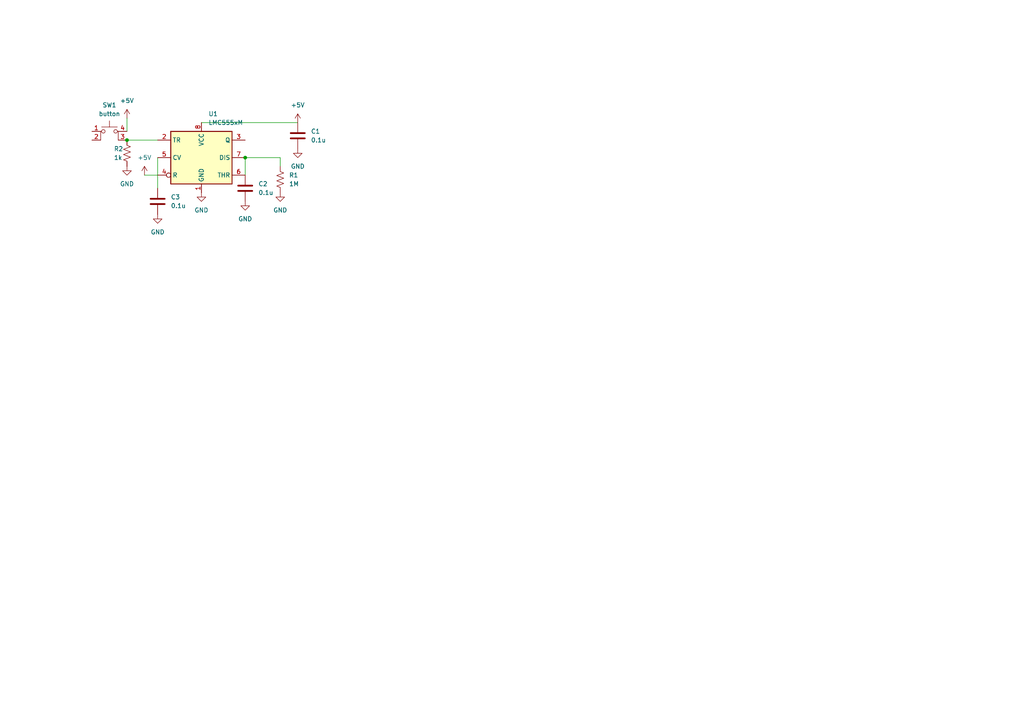
<source format=kicad_sch>
(kicad_sch (version 20211123) (generator eeschema)
  (paper "A4")
  (lib_symbols
    (symbol "Device:C" (pin_numbers hide) (pin_names (offset 0.254))
      (property "Reference" "C" (at 0.635 2.54 0))
      (property "Value" "C" (at 0.635 -2.54 0))
      (symbol "C_0_1"
        (polyline (pts (xy -2.032 -0.762) (xy 2.032 -0.762)) (stroke (width 0.508)))
        (polyline (pts (xy -2.032 0.762) (xy 2.032 0.762)) (stroke (width 0.508)))
      )
      (symbol "C_1_1"
        (pin passive line (at 0 3.81 270) (length 2.794) (name "~") (number "1"))
        (pin passive line (at 0 -3.81 90) (length 2.794) (name "~") (number "2"))
      )
    )
    (symbol "Device:R_US" (pin_numbers hide) (pin_names (offset 0))
      (property "Reference" "R" (at 2.54 0 90))
      (property "Value" "R_US" (at -2.54 0 90))
      (symbol "R_US_0_1"
        (polyline (pts (xy 0 -2.286) (xy 0 -2.54)))
        (polyline (pts (xy 0 2.286) (xy 0 2.54)))
        (polyline (pts (xy 0 -0.762) (xy 1.016 -1.143) (xy 0 -1.524) (xy -1.016 -1.905) (xy 0 -2.286)))
        (polyline (pts (xy 0 0.762) (xy 1.016 0.381) (xy 0 0) (xy -1.016 -0.381) (xy 0 -0.762)))
        (polyline (pts (xy 0 2.286) (xy 1.016 1.905) (xy 0 1.524) (xy -1.016 1.143) (xy 0 0.762)))
      )
      (symbol "R_US_1_1"
        (pin passive line (at 0 3.81 270) (length 1.27) (name "~") (number "1"))
        (pin passive line (at 0 -3.81 90) (length 1.27) (name "~") (number "2"))
      )
    )
    (symbol "Switch:SW_MEC_5E" (pin_names (offset 1.016) hide)
      (property "Reference" "SW" (at 0.635 5.715 0))
      (property "Value" "SW_MEC_5E" (at 0 -3.175 0))
      (symbol "SW_MEC_5E_0_1"
        (circle (center -1.778 2.54) (radius 0.508))
        (polyline (pts (xy -2.286 3.81) (xy 2.286 3.81)))
        (polyline (pts (xy 0 3.81) (xy 0 5.588)))
        (polyline (pts (xy -2.54 0) (xy -2.54 2.54) (xy -2.286 2.54)))
        (polyline (pts (xy 2.54 0) (xy 2.54 2.54) (xy 2.286 2.54)))
        (circle (center 1.778 2.54) (radius 0.508))
        (pin passive line (at -5.08 2.54 0) (length 2.54) (name "1") (number "1"))
        (pin passive line (at -5.08 0 0) (length 2.54) (name "2") (number "2"))
        (pin passive line (at 5.08 0 180) (length 2.54) (name "K") (number "3"))
        (pin passive line (at 5.08 2.54 180) (length 2.54) (name "A") (number "4"))
      )
    )
    (symbol "Timer:LMC555xM"
      (property "Reference" "U" (at -10.16 8.89 0))
      (property "Value" "LMC555xM" (at 2.54 8.89 0))
      (symbol "LMC555xM_0_0"
        (pin power_in line (at 0 -10.16 90) (length 2.54) (name "GND") (number "1"))
        (pin power_in line (at 0 10.16 270) (length 2.54) (name "VCC") (number "8"))
      )
      (symbol "LMC555xM_0_1"
        (rectangle (start -8.89 -7.62) (end 8.89 7.62) (stroke (width 0.254)) (fill (type background)))
        (rectangle (start -8.89 -7.62) (end 8.89 7.62) (stroke (width 0.254)) (fill (type background)))
      )
      (symbol "LMC555xM_1_1"
        (pin input line (at -12.7 5.08 0) (length 3.81) (name "TR") (number "2"))
        (pin output line (at 12.7 5.08 180) (length 3.81) (name "Q") (number "3"))
        (pin input inverted (at -12.7 -5.08 0) (length 3.81) (name "R") (number "4"))
        (pin input line (at -12.7 0 0) (length 3.81) (name "CV") (number "5"))
        (pin input line (at 12.7 -5.08 180) (length 3.81) (name "THR") (number "6"))
        (pin input line (at 12.7 0 180) (length 3.81) (name "DIS") (number "7"))
      )
    )
    (symbol "power:+5V" (power) (pin_names (offset 0))
      (property "Value" "+5V" (at 0 3.556 0))
      (symbol "+5V_0_1"
        (polyline (pts (xy -0.762 1.27) (xy 0 2.54)))
        (polyline (pts (xy 0 0) (xy 0 2.54)))
        (polyline (pts (xy 0 2.54) (xy 0.762 1.27)))
      )
      (symbol "+5V_1_1"
        (pin power_in line (at 0 0 90) (length 0) hide (name "+5V") (number "1"))
      )
    )
    (symbol "power:GND" (power) (pin_names (offset 0))
      (property "Value" "GND" (at 0 -3.81 0))
      (symbol "GND_0_1"
        (polyline (pts (xy 0 0) (xy 0 -1.27) (xy 1.27 -1.27) (xy 0 -2.54) (xy -1.27 -1.27) (xy 0 -1.27)))
      )
      (symbol "GND_1_1"
        (pin power_in line (at 0 0 270) (length 0) hide (name "GND") (number "1"))
      )
    )
  )
  (junction (at 36.83 40.64))
  (junction (at 71.12 45.72))
  (wire (pts (xy 45.72 45.72) (xy 45.72 54.61)))
  (wire (pts (xy 58.42 35.56) (xy 86.36 35.56)))
  (wire (pts (xy 36.83 40.64) (xy 45.72 40.64)))
  (wire (pts (xy 71.12 45.72) (xy 71.12 50.8)))
  (wire (pts (xy 71.12 45.72) (xy 81.28 45.72)))
  (wire (pts (xy 81.28 45.72) (xy 81.28 48.26)))
  (wire (pts (xy 36.83 34.29) (xy 36.83 38.1)))
  (wire (pts (xy 41.91 50.8) (xy 45.72 50.8)))
  (symbol (lib_id "Device:R_US") (at 36.83 44.45 0) (unit 1)
    (property "Reference" "R2" (at 33.02 43.18 0) (effects (justify left)))
    (property "Value" "1k" (at 33.02 45.72 0) (effects (justify left)))
  )
  (symbol (lib_id "power:GND") (at 81.28 55.88 0) (unit 1)
    (property "Reference" "#PWR?" (effects hide))
    (property "Value" "GND" (at 81.28 60.96 0))
  )
  (symbol (lib_id "power:GND") (at 58.42 55.88 0) (unit 1)
    (property "Reference" "#PWR?" (effects hide))
    (property "Value" "GND" (at 58.42 60.96 0))
  )
  (symbol (lib_id "power:GND") (at 86.36 43.18 0) (unit 1)
    (property "Reference" "#PWR?" (effects hide))
    (property "Value" "GND" (at 86.36 48.26 0))
  )
  (symbol (lib_id "power:GND") (at 36.83 48.26 0) (unit 1)
    (property "Reference" "#PWR?" (effects hide))
    (property "Value" "GND" (at 36.83 53.34 0))
  )
  (symbol (lib_id "power:GND") (at 71.12 58.42 0) (unit 1)
    (property "Reference" "#PWR?" (effects hide))
    (property "Value" "GND" (at 71.12 63.5 0))
  )
  (symbol (lib_id "Timer:LMC555xM") (at 58.42 45.72 0) (unit 1)
    (property "Reference" "U1" (at 60.4394 33.02 0) (effects (justify left)))
    (property "Value" "LMC555xM" (at 60.4394 35.56 0) (effects (justify left)))
    (property "Footprint" "Package_SO:SOIC-8_3.9x4.9mm_P1.27mm" (effects hide))
    (property "Datasheet" "http://www.ti.com/lit/ds/symlink/lmc555.pdf" (effects hide))
  )
  (symbol (lib_id "power:GND") (at 45.72 62.23 0) (unit 1)
    (property "Reference" "#PWR?" (effects hide))
    (property "Value" "GND" (at 45.72 67.31 0))
  )
  (symbol (lib_id "power:+5V") (at 41.91 50.8 0) (unit 1)
    (property "Reference" "#PWR?" (effects hide))
    (property "Value" "+5V" (at 41.91 45.72 0))
  )
  (symbol (lib_id "Device:C") (at 45.72 58.42 0) (unit 1)
    (property "Reference" "C3" (at 49.53 57.1499 0) (effects (justify left)))
    (property "Value" "0.1u" (at 49.53 59.6899 0) (effects (justify left)))
  )
  (symbol (lib_id "power:+5V") (at 36.83 34.29 0) (unit 1)
    (property "Reference" "#PWR?" (effects hide))
    (property "Value" "+5V" (at 36.83 29.21 0))
  )
  (symbol (lib_id "Device:C") (at 71.12 54.61 0) (unit 1)
    (property "Reference" "C2" (at 74.93 53.3399 0) (effects (justify left)))
    (property "Value" "0.1u" (at 74.93 55.8799 0) (effects (justify left)))
  )
  (symbol (lib_id "power:+5V") (at 86.36 35.56 0) (unit 1)
    (property "Reference" "#PWR?" (effects hide))
    (property "Value" "+5V" (at 86.36 30.48 0))
  )
  (symbol (lib_id "Switch:SW_MEC_5E") (at 31.75 40.64 0) (unit 1)
    (property "Reference" "SW1" (at 31.75 30.48 0))
    (property "Value" "button" (at 31.75 33.02 0))
    (property "Datasheet" "http://www.apem.com/int/index.php?controller=attachment&id_attachment=1371" (effects hide))
  )
  (symbol (lib_id "Device:C") (at 86.36 39.37 0) (unit 1)
    (property "Reference" "C1" (at 90.17 38.0999 0) (effects (justify left)))
    (property "Value" "0.1u" (at 90.17 40.6399 0) (effects (justify left)))
  )
  (symbol (lib_id "Device:R_US") (at 81.28 52.07 0) (unit 1)
    (property "Reference" "R1" (at 83.82 50.7999 0) (effects (justify left)))
    (property "Value" "1M" (at 83.82 53.3399 0) (effects (justify left)))
  )
)
</source>
